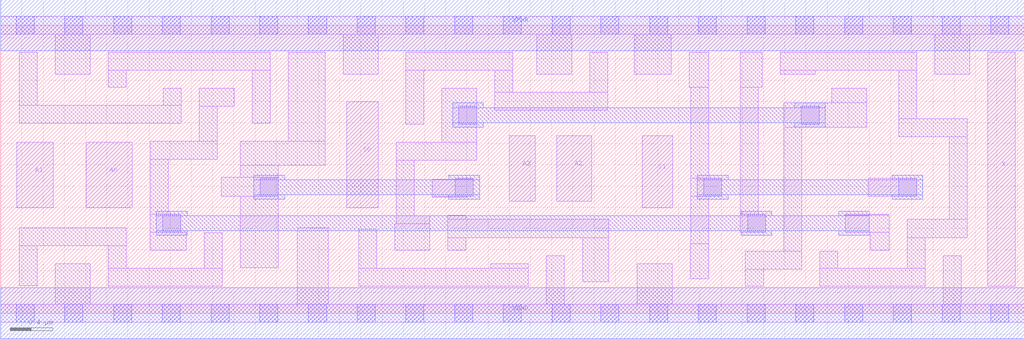
<source format=lef>
# Copyright 2020 The SkyWater PDK Authors
#
# Licensed under the Apache License, Version 2.0 (the "License");
# you may not use this file except in compliance with the License.
# You may obtain a copy of the License at
#
#     https://www.apache.org/licenses/LICENSE-2.0
#
# Unless required by applicable law or agreed to in writing, software
# distributed under the License is distributed on an "AS IS" BASIS,
# WITHOUT WARRANTIES OR CONDITIONS OF ANY KIND, either express or implied.
# See the License for the specific language governing permissions and
# limitations under the License.
#
# SPDX-License-Identifier: Apache-2.0

VERSION 5.7 ;
  NOWIREEXTENSIONATPIN ON ;
  DIVIDERCHAR "/" ;
  BUSBITCHARS "[]" ;
UNITS
  DATABASE MICRONS 200 ;
END UNITS
MACRO sky130_fd_sc_hd__mux4_1
  CLASS CORE ;
  FOREIGN sky130_fd_sc_hd__mux4_1 ;
  ORIGIN  0.000000  0.000000 ;
  SIZE  9.660000 BY  2.720000 ;
  SYMMETRY X Y R90 ;
  SITE unithd ;
  PIN A0
    ANTENNAGATEAREA  0.126000 ;
    DIRECTION INPUT ;
    USE SIGNAL ;
    PORT
      LAYER li1 ;
        RECT 0.805000 0.995000 1.240000 1.615000 ;
    END
  END A0
  PIN A1
    ANTENNAGATEAREA  0.126000 ;
    DIRECTION INPUT ;
    USE SIGNAL ;
    PORT
      LAYER li1 ;
        RECT 0.150000 0.995000 0.495000 1.615000 ;
    END
  END A1
  PIN A2
    ANTENNAGATEAREA  0.126000 ;
    DIRECTION INPUT ;
    USE SIGNAL ;
    PORT
      LAYER li1 ;
        RECT 5.250000 1.055000 5.580000 1.675000 ;
    END
  END A2
  PIN A3
    ANTENNAGATEAREA  0.126000 ;
    DIRECTION INPUT ;
    USE SIGNAL ;
    PORT
      LAYER li1 ;
        RECT 4.800000 1.055000 5.045000 1.675000 ;
    END
  END A3
  PIN S0
    ANTENNAGATEAREA  0.378000 ;
    DIRECTION INPUT ;
    USE SIGNAL ;
    PORT
      LAYER li1 ;
        RECT 3.265000 0.995000 3.565000 1.995000 ;
    END
  END S0
  PIN S1
    ANTENNAGATEAREA  0.252000 ;
    DIRECTION INPUT ;
    USE SIGNAL ;
    PORT
      LAYER li1 ;
        RECT 6.055000 0.995000 6.345000 1.675000 ;
    END
  END S1
  PIN X
    ANTENNADIFFAREA  0.429000 ;
    DIRECTION OUTPUT ;
    USE SIGNAL ;
    PORT
      LAYER li1 ;
        RECT 9.315000 0.255000 9.575000 2.465000 ;
    END
  END X
  PIN VGND
    DIRECTION INOUT ;
    SHAPE ABUTMENT ;
    USE GROUND ;
    PORT
      LAYER met1 ;
        RECT 0.000000 -0.240000 9.660000 0.240000 ;
    END
  END VGND
  PIN VPWR
    DIRECTION INOUT ;
    SHAPE ABUTMENT ;
    USE POWER ;
    PORT
      LAYER met1 ;
        RECT 0.000000 2.480000 9.660000 2.960000 ;
    END
  END VPWR
  OBS
    LAYER li1 ;
      RECT 0.000000 -0.085000 9.660000 0.085000 ;
      RECT 0.000000  2.635000 9.660000 2.805000 ;
      RECT 0.175000  0.260000 0.345000 0.635000 ;
      RECT 0.175000  0.635000 1.185000 0.805000 ;
      RECT 0.175000  1.795000 1.705000 1.965000 ;
      RECT 0.175000  1.965000 0.345000 2.465000 ;
      RECT 0.515000  0.085000 0.845000 0.465000 ;
      RECT 0.515000  2.255000 0.845000 2.635000 ;
      RECT 1.015000  0.255000 2.090000 0.425000 ;
      RECT 1.015000  0.425000 1.185000 0.635000 ;
      RECT 1.015000  2.135000 1.185000 2.295000 ;
      RECT 1.015000  2.295000 2.545000 2.465000 ;
      RECT 1.410000  0.595000 1.750000 0.765000 ;
      RECT 1.410000  0.765000 1.700000 0.935000 ;
      RECT 1.410000  0.935000 1.580000 1.455000 ;
      RECT 1.410000  1.455000 2.045000 1.625000 ;
      RECT 1.535000  1.965000 1.705000 2.125000 ;
      RECT 1.875000  1.625000 2.045000 1.955000 ;
      RECT 1.875000  1.955000 2.205000 2.125000 ;
      RECT 1.920000  0.425000 2.090000 0.760000 ;
      RECT 2.080000  1.105000 2.620000 1.285000 ;
      RECT 2.260000  0.430000 2.620000 1.105000 ;
      RECT 2.260000  1.285000 2.620000 1.395000 ;
      RECT 2.260000  1.395000 3.065000 1.625000 ;
      RECT 2.375000  1.795000 2.545000 2.295000 ;
      RECT 2.715000  1.625000 3.065000 2.465000 ;
      RECT 2.800000  0.085000 3.090000 0.805000 ;
      RECT 3.235000  2.255000 3.565000 2.635000 ;
      RECT 3.380000  0.255000 4.980000 0.425000 ;
      RECT 3.380000  0.425000 3.550000 0.795000 ;
      RECT 3.720000  0.595000 4.050000 0.845000 ;
      RECT 3.735000  0.845000 4.050000 0.920000 ;
      RECT 3.735000  0.920000 3.905000 1.445000 ;
      RECT 3.735000  1.445000 4.495000 1.615000 ;
      RECT 3.825000  1.785000 3.995000 2.295000 ;
      RECT 3.825000  2.295000 4.835000 2.465000 ;
      RECT 4.075000  1.095000 4.405000 1.105000 ;
      RECT 4.075000  1.105000 4.460000 1.265000 ;
      RECT 4.165000  1.615000 4.495000 2.125000 ;
      RECT 4.220000  0.595000 4.390000 0.715000 ;
      RECT 4.220000  0.715000 5.740000 0.885000 ;
      RECT 4.220000  0.885000 4.390000 0.925000 ;
      RECT 4.290000  1.265000 4.460000 1.275000 ;
      RECT 4.625000  0.425000 4.980000 0.465000 ;
      RECT 4.665000  1.915000 5.730000 2.085000 ;
      RECT 4.665000  2.085000 4.835000 2.295000 ;
      RECT 5.060000  2.255000 5.390000 2.635000 ;
      RECT 5.150000  0.085000 5.320000 0.545000 ;
      RECT 5.495000  0.295000 5.740000 0.715000 ;
      RECT 5.560000  2.085000 5.730000 2.465000 ;
      RECT 5.980000  2.255000 6.330000 2.635000 ;
      RECT 6.010000  0.085000 6.340000 0.465000 ;
      RECT 6.500000  2.135000 6.685000 2.465000 ;
      RECT 6.510000  0.325000 6.685000 0.655000 ;
      RECT 6.515000  0.655000 6.685000 1.105000 ;
      RECT 6.515000  1.105000 6.805000 1.275000 ;
      RECT 6.515000  1.275000 6.685000 2.135000 ;
      RECT 6.980000  0.765000 7.220000 0.935000 ;
      RECT 6.980000  0.935000 7.150000 2.135000 ;
      RECT 6.980000  2.135000 7.190000 2.465000 ;
      RECT 7.030000  0.255000 7.200000 0.415000 ;
      RECT 7.030000  0.415000 7.560000 0.585000 ;
      RECT 7.360000  2.255000 7.690000 2.295000 ;
      RECT 7.360000  2.295000 8.645000 2.465000 ;
      RECT 7.390000  0.585000 7.560000 1.755000 ;
      RECT 7.390000  1.755000 8.175000 1.985000 ;
      RECT 7.730000  0.255000 8.725000 0.425000 ;
      RECT 7.730000  0.425000 7.900000 0.585000 ;
      RECT 7.845000  1.985000 8.175000 2.125000 ;
      RECT 7.970000  0.765000 8.385000 0.925000 ;
      RECT 7.970000  0.925000 8.380000 0.935000 ;
      RECT 8.190000  1.105000 8.645000 1.275000 ;
      RECT 8.210000  0.595000 8.385000 0.765000 ;
      RECT 8.475000  1.665000 9.125000 1.835000 ;
      RECT 8.475000  1.835000 8.645000 2.295000 ;
      RECT 8.555000  0.425000 8.725000 0.715000 ;
      RECT 8.555000  0.715000 9.125000 0.885000 ;
      RECT 8.815000  2.255000 9.145000 2.635000 ;
      RECT 8.895000  0.085000 9.065000 0.545000 ;
      RECT 8.955000  0.885000 9.125000 1.665000 ;
    LAYER mcon ;
      RECT 0.145000 -0.085000 0.315000 0.085000 ;
      RECT 0.145000  2.635000 0.315000 2.805000 ;
      RECT 0.605000 -0.085000 0.775000 0.085000 ;
      RECT 0.605000  2.635000 0.775000 2.805000 ;
      RECT 1.065000 -0.085000 1.235000 0.085000 ;
      RECT 1.065000  2.635000 1.235000 2.805000 ;
      RECT 1.525000 -0.085000 1.695000 0.085000 ;
      RECT 1.525000  2.635000 1.695000 2.805000 ;
      RECT 1.530000  0.765000 1.700000 0.935000 ;
      RECT 1.985000 -0.085000 2.155000 0.085000 ;
      RECT 1.985000  2.635000 2.155000 2.805000 ;
      RECT 2.445000 -0.085000 2.615000 0.085000 ;
      RECT 2.445000  2.635000 2.615000 2.805000 ;
      RECT 2.450000  1.105000 2.620000 1.275000 ;
      RECT 2.905000 -0.085000 3.075000 0.085000 ;
      RECT 2.905000  2.635000 3.075000 2.805000 ;
      RECT 3.365000 -0.085000 3.535000 0.085000 ;
      RECT 3.365000  2.635000 3.535000 2.805000 ;
      RECT 3.825000 -0.085000 3.995000 0.085000 ;
      RECT 3.825000  2.635000 3.995000 2.805000 ;
      RECT 4.285000 -0.085000 4.455000 0.085000 ;
      RECT 4.285000  2.635000 4.455000 2.805000 ;
      RECT 4.290000  1.105000 4.460000 1.275000 ;
      RECT 4.325000  1.785000 4.495000 1.955000 ;
      RECT 4.745000 -0.085000 4.915000 0.085000 ;
      RECT 4.745000  2.635000 4.915000 2.805000 ;
      RECT 5.205000 -0.085000 5.375000 0.085000 ;
      RECT 5.205000  2.635000 5.375000 2.805000 ;
      RECT 5.665000 -0.085000 5.835000 0.085000 ;
      RECT 5.665000  2.635000 5.835000 2.805000 ;
      RECT 6.125000 -0.085000 6.295000 0.085000 ;
      RECT 6.125000  2.635000 6.295000 2.805000 ;
      RECT 6.585000 -0.085000 6.755000 0.085000 ;
      RECT 6.585000  2.635000 6.755000 2.805000 ;
      RECT 6.635000  1.105000 6.805000 1.275000 ;
      RECT 7.045000 -0.085000 7.215000 0.085000 ;
      RECT 7.045000  2.635000 7.215000 2.805000 ;
      RECT 7.050000  0.765000 7.220000 0.935000 ;
      RECT 7.505000 -0.085000 7.675000 0.085000 ;
      RECT 7.505000  2.635000 7.675000 2.805000 ;
      RECT 7.555000  1.785000 7.725000 1.955000 ;
      RECT 7.965000 -0.085000 8.135000 0.085000 ;
      RECT 7.965000  2.635000 8.135000 2.805000 ;
      RECT 8.425000 -0.085000 8.595000 0.085000 ;
      RECT 8.425000  2.635000 8.595000 2.805000 ;
      RECT 8.475000  1.105000 8.645000 1.275000 ;
      RECT 8.885000 -0.085000 9.055000 0.085000 ;
      RECT 8.885000  2.635000 9.055000 2.805000 ;
      RECT 9.345000 -0.085000 9.515000 0.085000 ;
      RECT 9.345000  2.635000 9.515000 2.805000 ;
    LAYER met1 ;
      RECT 1.470000 0.735000 1.760000 0.780000 ;
      RECT 1.470000 0.780000 8.200000 0.920000 ;
      RECT 1.470000 0.920000 1.760000 0.965000 ;
      RECT 2.390000 1.075000 2.680000 1.120000 ;
      RECT 2.390000 1.120000 4.520000 1.260000 ;
      RECT 2.390000 1.260000 2.680000 1.305000 ;
      RECT 4.230000 1.075000 4.520000 1.120000 ;
      RECT 4.230000 1.260000 4.520000 1.305000 ;
      RECT 4.265000 1.755000 4.555000 1.800000 ;
      RECT 4.265000 1.800000 7.785000 1.940000 ;
      RECT 4.265000 1.940000 4.555000 1.985000 ;
      RECT 6.575000 1.075000 6.865000 1.120000 ;
      RECT 6.575000 1.120000 8.705000 1.260000 ;
      RECT 6.575000 1.260000 6.865000 1.305000 ;
      RECT 6.990000 0.735000 7.280000 0.780000 ;
      RECT 6.990000 0.920000 7.280000 0.965000 ;
      RECT 7.495000 1.755000 7.785000 1.800000 ;
      RECT 7.495000 1.940000 7.785000 1.985000 ;
      RECT 7.910000 0.735000 8.200000 0.780000 ;
      RECT 7.910000 0.920000 8.200000 0.965000 ;
      RECT 8.415000 1.075000 8.705000 1.120000 ;
      RECT 8.415000 1.260000 8.705000 1.305000 ;
  END
END sky130_fd_sc_hd__mux4_1
END LIBRARY

</source>
